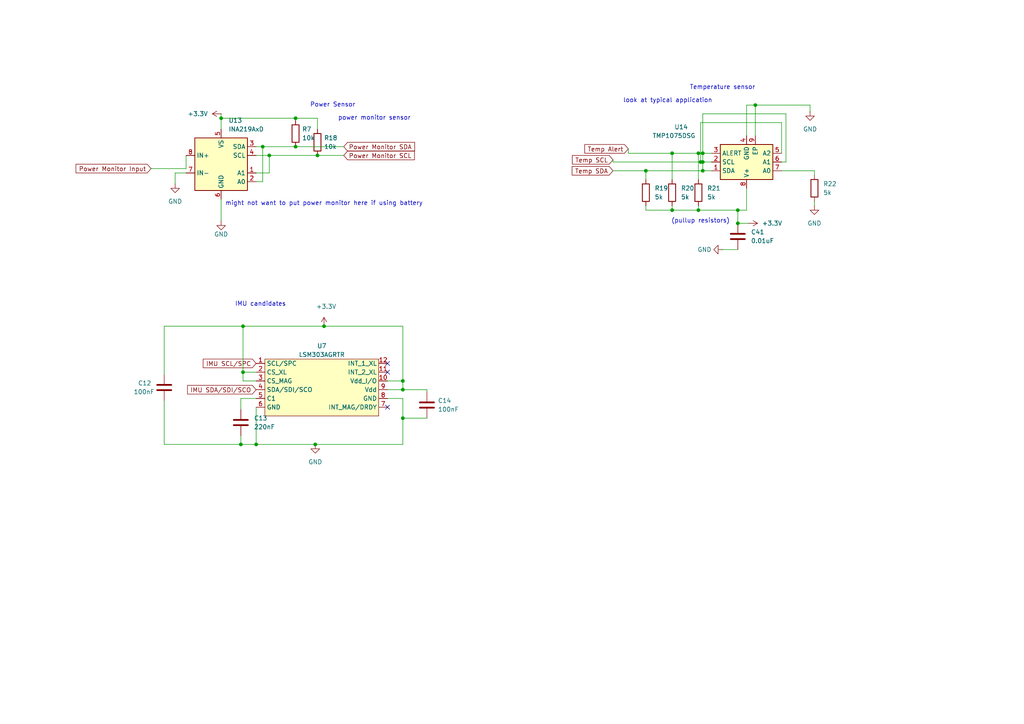
<source format=kicad_sch>
(kicad_sch (version 20250114) (generator "eeschema") (generator_version "9.0")
  (paper "A4")
  (lib_symbols
    (symbol "1my_symbol:LSM303AGR"
      (property "Reference" "U" (at 9.652 6.604 0))
      (symbol "LSM303AGR_1_1"
        (rectangle (start -6.35 3.81) (end 26.67 -12.7) (fill (type background)))
        (pin bidirectional line (at -8.89 2.54 0) (length 2.54) (name "SCL/SPC") (number "1"))
        (pin input line (at -8.89 0 0) (length 2.54) (name "CS_XL") (number "2"))
        (pin input line (at -8.89 -2.54 0) (length 2.54) (name "CS_MAG") (number "3"))
        (pin bidirectional line (at -8.89 -5.08 0) (length 2.54) (name "SDA/SDI/SCO") (number "4"))
        (pin bidirectional line (at -8.89 -7.62 0) (length 2.54) (name "C1") (number "5"))
        (pin input line (at -8.89 -10.16 0) (length 2.54) (name "GND") (number "6"))
        (pin bidirectional line (at 29.21 2.54 180) (length 2.54) (name "INT_1_XL") (number "12"))
        (pin bidirectional line (at 29.21 0 180) (length 2.54) (name "INT_2_XL") (number "11"))
        (pin power_in line (at 29.21 -2.54 180) (length 2.54) (name "Vdd_I/O") (number "10"))
        (pin power_in line (at 29.21 -5.08 180) (length 2.54) (name "Vdd") (number "9"))
        (pin power_in line (at 29.21 -7.62 180) (length 2.54) (name "GND") (number "8"))
        (pin bidirectional line (at 29.21 -10.16 180) (length 2.54) (name "INT_MAG/DRDY") (number "7"))
      )
    )
    (symbol "Device:C" (pin_numbers (hide yes)) (pin_names (offset 0.254))
      (property "Reference" "C" (at 0.635 2.54 0))
      (property "Value" "C" (at 0.635 -2.54 0))
      (symbol "C_0_1"
        (polyline (pts (xy -2.032 0.762) (xy 2.032 0.762)) (stroke (width 0.508)))
        (polyline (pts (xy -2.032 -0.762) (xy 2.032 -0.762)) (stroke (width 0.508)))
      )
      (symbol "C_1_1"
        (pin passive line (at 0 3.81 270) (length 2.794) (name "~") (number "1"))
        (pin passive line (at 0 -3.81 90) (length 2.794) (name "~") (number "2"))
      )
    )
    (symbol "Device:R" (pin_numbers (hide yes)) (pin_names (offset 0))
      (property "Reference" "R" (at 2.032 0 90))
      (property "Value" "R" (at 0 0 90))
      (symbol "R_0_1"
        (rectangle (start -1.016 -2.54) (end 1.016 2.54) (stroke (width 0.254)))
      )
      (symbol "R_1_1"
        (pin passive line (at 0 3.81 270) (length 1.27) (name "~") (number "1"))
        (pin passive line (at 0 -3.81 90) (length 1.27) (name "~") (number "2"))
      )
    )
    (symbol "Sensor_Energy:INA219AxD"
      (property "Reference" "U" (at -6.35 8.89 0))
      (property "Value" "INA219AxD" (at 5.08 8.89 0))
      (symbol "INA219AxD_0_1"
        (rectangle (start -7.62 7.62) (end 7.62 -7.62) (stroke (width 0.254)) (fill (type background)))
      )
      (symbol "INA219AxD_1_1"
        (pin input line (at -10.16 2.54 0) (length 2.54) (name "IN+") (number "8"))
        (pin input line (at -10.16 -2.54 0) (length 2.54) (name "IN-") (number "7"))
        (pin power_in line (at 0 10.16 270) (length 2.54) (name "VS") (number "5"))
        (pin power_in line (at 0 -10.16 90) (length 2.54) (name "GND") (number "6"))
        (pin bidirectional line (at 10.16 5.08 180) (length 2.54) (name "SDA") (number "3"))
        (pin input line (at 10.16 2.54 180) (length 2.54) (name "SCL") (number "4"))
        (pin input line (at 10.16 -2.54 180) (length 2.54) (name "A1") (number "1"))
        (pin input line (at 10.16 -5.08 180) (length 2.54) (name "A0") (number "2"))
      )
    )
    (symbol "Sensor_Temperature:TMP1075DSG"
      (property "Reference" "U" (at -6.35 6.35 0))
      (property "Value" "TMP1075DSG" (at 6.35 6.35 0))
      (symbol "TMP1075DSG_0_1"
        (rectangle (start -7.62 5.08) (end 7.62 -5.08) (stroke (width 0.254)) (fill (type background)))
      )
      (symbol "TMP1075DSG_1_1"
        (pin input line (at -10.16 2.54 0) (length 2.54) (name "A0") (number "7"))
        (pin input line (at -10.16 0 0) (length 2.54) (name "A1") (number "6"))
        (pin input line (at -10.16 -2.54 0) (length 2.54) (name "A2") (number "5"))
        (pin passive line (at -2.54 -7.62 90) (length 2.54) (name "EP") (number "9"))
        (pin power_in line (at 0 7.62 270) (length 2.54) (name "V+") (number "8"))
        (pin power_in line (at 0 -7.62 90) (length 2.54) (name "GND") (number "4"))
        (pin bidirectional line (at 10.16 2.54 180) (length 2.54) (name "SDA") (number "1"))
        (pin input line (at 10.16 0 180) (length 2.54) (name "SCL") (number "2"))
        (pin open_collector line (at 10.16 -2.54 180) (length 2.54) (name "ALERT") (number "3"))
      )
    )
    (symbol "power:+3.3V" (power) (pin_numbers (hide yes)) (pin_names (offset 0) (hide yes))
      (property "Value" "+3.3V" (at 0 3.556 0))
      (symbol "+3.3V_0_1"
        (polyline (pts (xy -0.762 1.27) (xy 0 2.54)))
        (polyline (pts (xy 0 2.54) (xy 0.762 1.27)))
        (polyline (pts (xy 0 0) (xy 0 2.54)))
      )
      (symbol "+3.3V_1_1"
        (pin power_in line (at 0 0 90) (length 0) (name "~") (number "1"))
      )
    )
    (symbol "power:GND" (power) (pin_numbers (hide yes)) (pin_names (offset 0) (hide yes))
      (property "Value" "GND" (at 0 -3.81 0))
      (symbol "GND_0_1"
        (polyline (pts (xy 0 0) (xy 0 -1.27) (xy 1.27 -1.27) (xy 0 -2.54) (xy -1.27 -1.27) (xy 0 -1.27)))
      )
      (symbol "GND_1_1"
        (pin power_in line (at 0 0 270) (length 0) (name "~") (number "1"))
      )
    )
  )
  (text "Power Sensor" (at 96.52 30.48 0) (effects (font (size 1.27 1.27))))
  (text "might not want to put power monitor here if using battery" (at 93.98 59.055 0) (effects (font (size 1.27 1.27))))
  (text "Temperature sensor" (at 209.55 25.4 0) (effects (font (size 1.27 1.27))))
  (text "(pullup resistors)" (at 203.2 64.135 0) (effects (font (size 1.27 1.27))))
  (text "power monitor sensor\n" (at 108.585 34.29 0) (effects (font (size 1.27 1.27))))
  (text "IMU candidates" (at 75.565 88.265 0) (effects (font (size 1.27 1.27))))
  (text "look at typical application" (at 193.675 29.21 0) (effects (font (size 1.27 1.27))))
  (junction (at 194.945 44.45))
  (junction (at 219.075 30.48))
  (junction (at 70.485 94.615))
  (junction (at 64.135 34.29))
  (junction (at 213.995 64.77))
  (junction (at 203.835 44.45))
  (junction (at 203.2 46.99))
  (junction (at 92.075 45.085))
  (junction (at 69.85 128.905))
  (junction (at 187.325 49.53))
  (junction (at 116.84 121.285))
  (junction (at 116.84 113.03))
  (junction (at 202.565 44.45))
  (junction (at 203.835 46.99))
  (junction (at 76.2 42.545))
  (junction (at 74.295 128.905))
  (junction (at 203.835 49.53))
  (junction (at 91.44 128.905))
  (junction (at 213.995 60.96))
  (junction (at 93.98 94.615))
  (junction (at 70.485 107.95))
  (junction (at 85.725 42.545))
  (junction (at 85.725 34.29))
  (junction (at 116.84 110.49))
  (junction (at 202.565 60.96))
  (junction (at 194.945 60.96))
  (junction (at 78.105 45.085))
  (no_connect (at 112.395 118.11))
  (no_connect (at 112.395 107.95))
  (no_connect (at 112.395 105.41))
  (wire (pts (xy 69.85 126.365) (xy 69.85 128.905)))
  (wire (pts (xy 202.565 59.69) (xy 202.565 60.96)))
  (wire (pts (xy 213.995 60.96) (xy 213.995 64.77)))
  (wire (pts (xy 177.8 46.99) (xy 203.2 46.99)))
  (wire (pts (xy 64.135 64.135) (xy 64.135 57.785)))
  (wire (pts (xy 47.625 94.615) (xy 47.625 108.585)))
  (wire (pts (xy 227.965 33.02) (xy 203.835 33.02)))
  (wire (pts (xy 50.8 50.165) (xy 53.975 50.165)))
  (wire (pts (xy 53.975 48.895) (xy 53.975 45.085)))
  (wire (pts (xy 76.2 42.545) (xy 85.725 42.545)))
  (wire (pts (xy 85.725 42.545) (xy 99.695 42.545)))
  (wire (pts (xy 194.945 44.45) (xy 194.945 52.07)))
  (wire (pts (xy 74.295 45.085) (xy 78.105 45.085)))
  (wire (pts (xy 209.55 72.39) (xy 213.995 72.39)))
  (wire (pts (xy 70.485 107.95) (xy 70.485 94.615)))
  (wire (pts (xy 74.295 50.165) (xy 78.105 50.165)))
  (wire (pts (xy 116.84 115.57) (xy 116.84 121.285)))
  (wire (pts (xy 202.565 44.45) (xy 202.565 52.07)))
  (wire (pts (xy 219.075 30.48) (xy 219.075 39.37)))
  (wire (pts (xy 112.395 115.57) (xy 116.84 115.57)))
  (wire (pts (xy 116.84 121.285) (xy 123.825 121.285)))
  (wire (pts (xy 187.325 49.53) (xy 203.835 49.53)))
  (wire (pts (xy 203.835 46.99) (xy 203.2 46.99)))
  (wire (pts (xy 85.725 34.29) (xy 85.725 34.925)))
  (wire (pts (xy 226.695 46.99) (xy 227.965 46.99)))
  (wire (pts (xy 47.625 128.905) (xy 69.85 128.905)))
  (wire (pts (xy 187.325 49.53) (xy 187.325 52.07)))
  (wire (pts (xy 177.8 46.99) (xy 177.8 46.355)))
  (wire (pts (xy 74.295 110.49) (xy 70.485 110.49)))
  (wire (pts (xy 92.075 45.085) (xy 99.695 45.085)))
  (wire (pts (xy 91.44 128.905) (xy 116.84 128.905)))
  (wire (pts (xy 194.945 44.45) (xy 202.565 44.45)))
  (wire (pts (xy 78.105 45.085) (xy 92.075 45.085)))
  (wire (pts (xy 116.84 94.615) (xy 116.84 110.49)))
  (wire (pts (xy 70.485 110.49) (xy 70.485 107.95)))
  (wire (pts (xy 206.375 44.45) (xy 203.835 44.45)))
  (wire (pts (xy 202.565 44.45) (xy 203.835 44.45)))
  (wire (pts (xy 203.835 46.99) (xy 203.835 49.53)))
  (wire (pts (xy 236.22 59.69) (xy 236.22 58.42)))
  (wire (pts (xy 236.22 49.53) (xy 236.22 50.8)))
  (wire (pts (xy 226.695 49.53) (xy 236.22 49.53)))
  (wire (pts (xy 50.8 53.34) (xy 50.8 50.165)))
  (wire (pts (xy 64.135 34.29) (xy 85.725 34.29)))
  (wire (pts (xy 47.625 116.205) (xy 47.625 128.905)))
  (wire (pts (xy 227.965 46.99) (xy 227.965 33.02)))
  (wire (pts (xy 202.565 60.96) (xy 213.995 60.96)))
  (wire (pts (xy 93.98 94.615) (xy 116.84 94.615)))
  (wire (pts (xy 74.295 42.545) (xy 76.2 42.545)))
  (wire (pts (xy 116.84 110.49) (xy 116.84 113.03)))
  (wire (pts (xy 116.84 121.285) (xy 116.84 128.905)))
  (wire (pts (xy 203.2 35.56) (xy 203.2 46.99)))
  (wire (pts (xy 216.535 30.48) (xy 219.075 30.48)))
  (wire (pts (xy 182.245 44.45) (xy 194.945 44.45)))
  (wire (pts (xy 69.85 115.57) (xy 69.85 118.745)))
  (wire (pts (xy 216.535 60.96) (xy 213.995 60.96)))
  (wire (pts (xy 206.375 46.99) (xy 203.835 46.99)))
  (wire (pts (xy 226.695 44.45) (xy 226.695 35.56)))
  (wire (pts (xy 187.325 60.96) (xy 194.945 60.96)))
  (wire (pts (xy 78.105 45.085) (xy 78.105 50.165)))
  (wire (pts (xy 216.535 39.37) (xy 216.535 30.48)))
  (wire (pts (xy 206.375 49.53) (xy 203.835 49.53)))
  (wire (pts (xy 116.84 113.03) (xy 123.825 113.03)))
  (wire (pts (xy 76.2 52.705) (xy 76.2 42.545)))
  (wire (pts (xy 123.825 113.665) (xy 123.825 113.03)))
  (wire (pts (xy 74.295 115.57) (xy 69.85 115.57)))
  (wire (pts (xy 74.295 52.705) (xy 76.2 52.705)))
  (wire (pts (xy 70.485 107.95) (xy 74.295 107.95)))
  (wire (pts (xy 74.295 128.905) (xy 91.44 128.905)))
  (wire (pts (xy 203.835 33.02) (xy 203.835 44.45)))
  (wire (pts (xy 43.815 48.895) (xy 53.975 48.895)))
  (wire (pts (xy 92.075 34.29) (xy 92.075 37.465)))
  (wire (pts (xy 116.84 113.03) (xy 112.395 113.03)))
  (wire (pts (xy 93.98 94.615) (xy 70.485 94.615)))
  (wire (pts (xy 112.395 110.49) (xy 116.84 110.49)))
  (wire (pts (xy 217.17 64.77) (xy 213.995 64.77)))
  (wire (pts (xy 64.135 33.02) (xy 64.135 34.29)))
  (wire (pts (xy 216.535 54.61) (xy 216.535 60.96)))
  (wire (pts (xy 64.135 34.29) (xy 64.135 37.465)))
  (wire (pts (xy 194.945 59.69) (xy 194.945 60.96)))
  (wire (pts (xy 203.835 44.45) (xy 203.835 46.99)))
  (wire (pts (xy 85.725 34.29) (xy 92.075 34.29)))
  (wire (pts (xy 74.295 118.11) (xy 74.295 128.905)))
  (wire (pts (xy 226.695 35.56) (xy 203.2 35.56)))
  (wire (pts (xy 194.945 60.96) (xy 202.565 60.96)))
  (wire (pts (xy 69.85 128.905) (xy 74.295 128.905)))
  (wire (pts (xy 234.95 30.48) (xy 219.075 30.48)))
  (wire (pts (xy 177.8 49.53) (xy 187.325 49.53)))
  (wire (pts (xy 187.325 59.69) (xy 187.325 60.96)))
  (wire (pts (xy 182.245 44.45) (xy 182.245 43.18)))
  (wire (pts (xy 70.485 94.615) (xy 47.625 94.615)))
  (wire (pts (xy 234.95 32.385) (xy 234.95 30.48)))
  (global_label "Power Monitor SCL" (shape input) (at 99.695 45.085 0) (effects (font (thickness 0.1588))) (property "Intersheetrefs" "${INTERSHEET_REFS}" (effects (hide yes))))
  (global_label "Power Monitor Input" (shape input) (at 43.815 48.895 180) (property "Intersheetrefs" "${INTERSHEET_REFS}" (effects (hide yes))))
  (global_label "Temp SDA" (shape input) (at 177.8 49.53 180) (effects (font (thickness 0.1588))) (property "Intersheetrefs" "${INTERSHEET_REFS}" (effects (hide yes))))
  (global_label "IMU SCL{slash}SPC" (shape input) (at 74.295 105.41 180) (property "Intersheetrefs" "${INTERSHEET_REFS}" (effects (hide yes))))
  (global_label "Temp Alert" (shape input) (at 182.245 43.18 180) (effects (font (thickness 0.1588))) (property "Intersheetrefs" "${INTERSHEET_REFS}" (effects (hide yes))))
  (global_label "IMU SDA{slash}SDI{slash}SCO" (shape input) (at 74.295 113.03 180) (property "Intersheetrefs" "${INTERSHEET_REFS}" (effects (hide yes))))
  (global_label "Power Monitor SDA" (shape input) (at 99.695 42.545 0) (property "Intersheetrefs" "${INTERSHEET_REFS}" (effects (hide yes))))
  (global_label "Temp SCL" (shape input) (at 177.8 46.355 180) (effects (font (thickness 0.1588))) (property "Intersheetrefs" "${INTERSHEET_REFS}" (effects (hide yes))))
  (symbol (lib_id "power:+3.3V") (at 93.98 94.615 0) (unit 1)
    (property "Reference" "#PWR098" (effects (hide yes)))
    (property "Value" "+3.3V" (at 94.615 88.9 0))
    (property "Description" "Power symbol creates a global label with name \"+3.3V\"" (effects (hide yes)))
  )
  (symbol (lib_id "power:GND") (at 64.135 64.135 0) (unit 1)
    (property "Reference" "#PWR092" (effects (hide yes)))
    (property "Value" "GND" (at 64.135 67.945 0))
    (property "Description" "Power symbol creates a global label with name \"GND\" , ground" (effects (hide yes)))
  )
  (symbol (lib_id "Device:R") (at 236.22 54.61 0) (unit 1)
    (property "Reference" "R22" (at 238.76 53.3399 0) (effects (justify left)))
    (property "Value" "5k" (at 238.76 55.8799 0) (effects (justify left)))
    (property "Footprint" "Resistor_SMD:R_0402_1005Metric" (effects (hide yes)))
    (property "Description" "Resistor" (effects (hide yes)))
  )
  (symbol (lib_id "power:GND") (at 209.55 72.39 270) (unit 1)
    (property "Reference" "#PWR093" (effects (hide yes)))
    (property "Value" "GND" (at 206.375 72.3899 90) (effects (justify right)))
    (property "Description" "Power symbol creates a global label with name \"GND\" , ground" (effects (hide yes)))
  )
  (symbol (lib_id "1my_symbol:LSM303AGR") (at 83.185 107.95 0) (unit 1)
    (property "Reference" "U7" (at 93.345 100.33 0))
    (property "Value" "LSM303AGRTR" (at 93.345 102.87 0))
    (property "Footprint" "1my_footprints:SON_03AGRTR_STM-L" (effects (hide yes)))
  )
  (symbol (lib_id "power:+3.3V") (at 217.17 64.77 270) (unit 1)
    (property "Reference" "#PWR094" (effects (hide yes)))
    (property "Value" "+3.3V" (at 220.98 64.7699 90) (effects (justify left)))
    (property "Description" "Power symbol creates a global label with name \"+3.3V\"" (effects (hide yes)))
  )
  (symbol (lib_id "power:+3.3V") (at 64.135 33.02 90) (unit 1)
    (property "Reference" "#PWR091" (effects (hide yes)))
    (property "Value" "+3.3V" (at 60.325 33.0199 90) (effects (justify left)))
    (property "Description" "Power symbol creates a global label with name \"+3.3V\"" (effects (hide yes)))
  )
  (symbol (lib_id "Device:R") (at 187.325 55.88 0) (unit 1)
    (property "Reference" "R19" (at 189.865 54.6099 0) (effects (justify left)))
    (property "Value" "5k" (at 189.865 57.1499 0) (effects (justify left)))
    (property "Footprint" "Resistor_SMD:R_0402_1005Metric" (effects (hide yes)))
    (property "Description" "Resistor" (effects (hide yes)))
  )
  (symbol (lib_id "Device:C") (at 213.995 68.58 180) (unit 1)
    (property "Reference" "C41" (at 217.805 67.3099 0) (effects (justify right)))
    (property "Value" "0.01uF" (at 217.805 69.8499 0) (effects (justify right)))
    (property "Footprint" "Capacitor_SMD:C_0402_1005Metric" (effects (hide yes)))
    (property "Description" "Unpolarized capacitor" (effects (hide yes)))
  )
  (symbol (lib_id "power:GND") (at 234.95 32.385 0) (unit 1)
    (property "Reference" "#PWR095" (effects (hide yes)))
    (property "Value" "GND" (at 234.95 37.465 0))
    (property "Description" "Power symbol creates a global label with name \"GND\" , ground" (effects (hide yes)))
  )
  (symbol (lib_id "Device:R") (at 194.945 55.88 0) (unit 1)
    (property "Reference" "R20" (at 197.485 54.6099 0) (effects (justify left)))
    (property "Value" "5k" (at 197.485 57.1499 0) (effects (justify left)))
    (property "Footprint" "Resistor_SMD:R_0402_1005Metric" (effects (hide yes)))
    (property "Description" "Resistor" (effects (hide yes)))
  )
  (symbol (lib_id "Device:C") (at 69.85 122.555 0) (unit 1)
    (property "Reference" "C13" (at 73.66 121.2849 0) (effects (justify left)))
    (property "Value" "220nF" (at 73.66 123.8249 0) (effects (justify left)))
    (property "Footprint" "Capacitor_SMD:C_0402_1005Metric" (effects (hide yes)))
    (property "Description" "Unpolarized capacitor" (effects (hide yes)))
  )
  (symbol (lib_id "power:GND") (at 91.44 128.905 0) (unit 1)
    (property "Reference" "#PWR097" (effects (hide yes)))
    (property "Value" "GND" (at 91.44 133.985 0))
    (property "Description" "Power symbol creates a global label with name \"GND\" , ground" (effects (hide yes)))
  )
  (symbol (lib_id "power:GND") (at 50.8 53.34 0) (unit 1)
    (property "Reference" "#PWR090" (effects (hide yes)))
    (property "Value" "GND" (at 50.8 58.42 0))
    (property "Description" "Power symbol creates a global label with name \"GND\" , ground" (effects (hide yes)))
  )
  (symbol (lib_id "Device:R") (at 85.725 38.735 0) (unit 1)
    (property "Reference" "R7" (at 87.63 37.4649 0) (effects (justify left)))
    (property "Value" "10k" (at 87.63 40.0049 0) (effects (justify left)))
    (property "Footprint" "Resistor_SMD:R_0402_1005Metric" (effects (hide yes)))
    (property "Description" "Resistor" (effects (hide yes)))
  )
  (symbol (lib_id "Device:C") (at 123.825 117.475 0) (unit 1)
    (property "Reference" "C14" (at 127 116.2049 0) (effects (justify left)))
    (property "Value" "100nF" (at 127 118.7449 0) (effects (justify left)))
    (property "Footprint" "Capacitor_SMD:C_0402_1005Metric" (effects (hide yes)))
    (property "Description" "Unpolarized capacitor" (effects (hide yes)))
  )
  (symbol (lib_id "power:GND") (at 236.22 59.69 0) (unit 1)
    (property "Reference" "#PWR096" (effects (hide yes)))
    (property "Value" "GND" (at 236.22 64.77 0))
    (property "Description" "Power symbol creates a global label with name \"GND\" , ground" (effects (hide yes)))
  )
  (symbol (lib_id "Device:R") (at 92.075 41.275 0) (unit 1)
    (property "Reference" "R18" (at 93.98 40.0049 0) (effects (justify left)))
    (property "Value" "10k" (at 93.98 42.5449 0) (effects (justify left)))
    (property "Footprint" "Resistor_SMD:R_0402_1005Metric" (effects (hide yes)))
    (property "Description" "Resistor" (effects (hide yes)))
  )
  (symbol (lib_id "Sensor_Temperature:TMP1075DSG") (at 216.535 46.99 180) (unit 1)
    (property "Reference" "U14" (at 195.58 36.83 0) (effects (justify right)))
    (property "Value" "TMP1075DSG" (at 189.23 39.37 0) (effects (justify right)))
    (property "Footprint" "Package_SON:WSON-8-1EP_2x2mm_P0.5mm_EP0.9x1.6mm_ThermalVias" (effects (hide yes)))
    (property "Datasheet" "https://www.ti.com/lit/gpn/tmp1075" (effects (hide yes)))
    (property "Description" "I2C-bus digital temperature sensor and thermal watchdog, WSON-8" (effects (hide yes)))
  )
  (symbol (lib_id "Device:C") (at 47.625 112.395 0) (unit 1)
    (property "Reference" "C12" (at 40.005 111.125 0) (effects (justify left)))
    (property "Value" "100nF" (at 38.735 113.665 0) (effects (justify left)))
    (property "Footprint" "Capacitor_SMD:C_0402_1005Metric" (effects (hide yes)))
    (property "Description" "Unpolarized capacitor" (effects (hide yes)))
  )
  (symbol (lib_id "Sensor_Energy:INA219AxD") (at 64.135 47.625 0) (unit 1)
    (property "Reference" "U13" (at 66.2783 34.925 0) (effects (justify left)))
    (property "Value" "INA219AxD" (at 66.2783 37.465 0) (effects (justify left)))
    (property "Footprint" "Package_SO:SOIC-8_3.9x4.9mm_P1.27mm" (effects (hide yes)))
    (property "Datasheet" "http://www.ti.com/lit/ds/symlink/ina219.pdf" (effects (hide yes)))
    (property "Description" "Zero-Drift, Bidirectional Current/Power Monitor (0-26V) With I2C Interface, SOIC-8" (effects (hide yes)))
  )
  (symbol (lib_id "Device:R") (at 202.565 55.88 0) (unit 1)
    (property "Reference" "R21" (at 205.105 54.6099 0) (effects (justify left)))
    (property "Value" "5k" (at 205.105 57.1499 0) (effects (justify left)))
    (property "Footprint" "Resistor_SMD:R_0402_1005Metric" (effects (hide yes)))
    (property "Description" "Resistor" (effects (hide yes)))
  )
)
</source>
